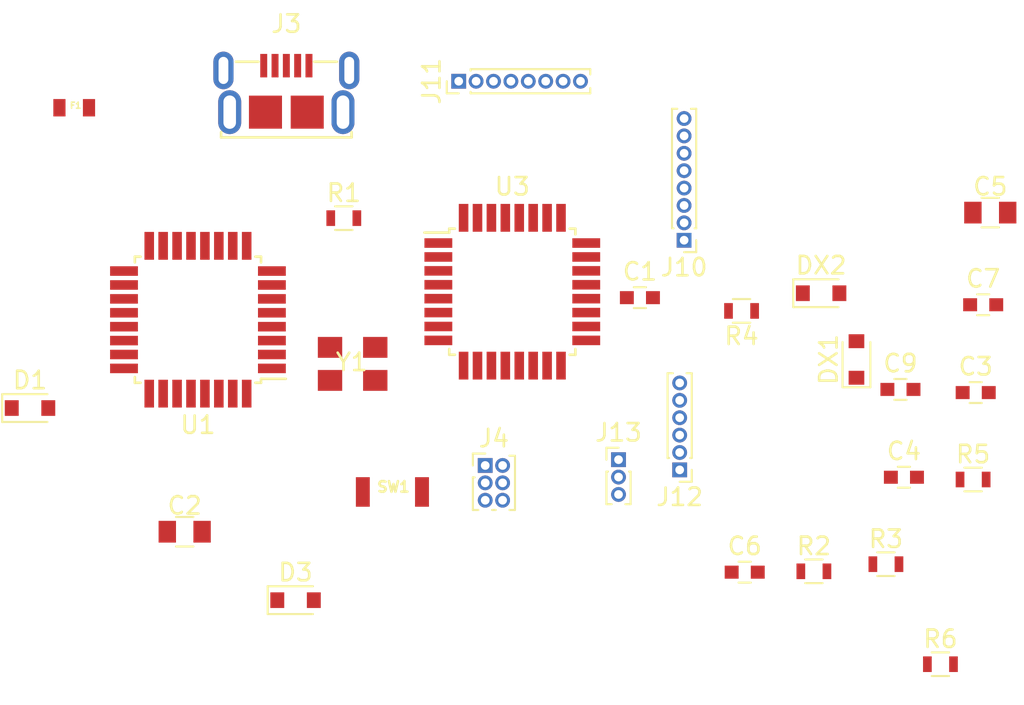
<source format=kicad_pcb>
(kicad_pcb (version 4) (host pcbnew 4.0.7)

  (general
    (links 91)
    (no_connects 91)
    (area 0 0 0 0)
    (thickness 1.6)
    (drawings 0)
    (tracks 0)
    (zones 0)
    (modules 29)
    (nets 54)
  )

  (page A4)
  (layers
    (0 F.Cu signal)
    (31 B.Cu signal)
    (32 B.Adhes user)
    (33 F.Adhes user)
    (34 B.Paste user)
    (35 F.Paste user)
    (36 B.SilkS user)
    (37 F.SilkS user)
    (38 B.Mask user)
    (39 F.Mask user)
    (40 Dwgs.User user)
    (41 Cmts.User user)
    (42 Eco1.User user)
    (43 Eco2.User user)
    (44 Edge.Cuts user)
    (45 Margin user)
    (46 B.CrtYd user)
    (47 F.CrtYd user)
    (48 B.Fab user)
    (49 F.Fab user)
  )

  (setup
    (last_trace_width 0.25)
    (trace_clearance 0.2)
    (zone_clearance 0.508)
    (zone_45_only no)
    (trace_min 0.1525)
    (segment_width 0.2)
    (edge_width 0.15)
    (via_size 0.6)
    (via_drill 0.4)
    (via_min_size 0.585)
    (via_min_drill 0.38)
    (uvia_size 0.3)
    (uvia_drill 0.1)
    (uvias_allowed no)
    (uvia_min_size 0.2)
    (uvia_min_drill 0.1)
    (pcb_text_width 0.3)
    (pcb_text_size 1.5 1.5)
    (mod_edge_width 0.15)
    (mod_text_size 1 1)
    (mod_text_width 0.15)
    (pad_size 1.524 1.524)
    (pad_drill 0.762)
    (pad_to_mask_clearance 0.2)
    (aux_axis_origin 0 0)
    (visible_elements FFFFFF7F)
    (pcbplotparams
      (layerselection 0x00030_80000001)
      (usegerberextensions false)
      (excludeedgelayer true)
      (linewidth 0.100000)
      (plotframeref false)
      (viasonmask false)
      (mode 1)
      (useauxorigin false)
      (hpglpennumber 1)
      (hpglpenspeed 20)
      (hpglpendiameter 15)
      (hpglpenoverlay 2)
      (psnegative false)
      (psa4output false)
      (plotreference true)
      (plotvalue true)
      (plotinvisibletext false)
      (padsonsilk false)
      (subtractmaskfromsilk false)
      (outputformat 1)
      (mirror false)
      (drillshape 1)
      (scaleselection 1)
      (outputdirectory ""))
  )

  (net 0 "")
  (net 1 GND)
  (net 2 "Net-(C1-Pad1)")
  (net 3 VUSB)
  (net 4 5V)
  (net 5 RESET)
  (net 6 "Net-(C4-Pad1)")
  (net 7 3V3)
  (net 8 "Net-(D3-Pad2)")
  (net 9 "Net-(DX1-Pad1)")
  (net 10 "Net-(DX2-Pad1)")
  (net 11 "Net-(F1-Pad1)")
  (net 12 "Net-(J3-Pad2)")
  (net 13 "Net-(J3-Pad3)")
  (net 14 "Net-(J3-Pad4)")
  (net 15 D12/MISO)
  (net 16 D13/SCK)
  (net 17 D11/MOSI)
  (net 18 A0)
  (net 19 A1)
  (net 20 A2)
  (net 21 A3)
  (net 22 A4)
  (net 23 A5)
  (net 24 A6)
  (net 25 A7)
  (net 26 D0/RX)
  (net 27 D1/TX)
  (net 28 D2)
  (net 29 D3)
  (net 30 D4)
  (net 31 D5)
  (net 32 D6)
  (net 33 D7)
  (net 34 D8)
  (net 35 D9)
  (net 36 D10)
  (net 37 RX)
  (net 38 TX)
  (net 39 "Net-(R3-Pad2)")
  (net 40 "Net-(R4-Pad2)")
  (net 41 "Net-(U1-Pad3)")
  (net 42 "Net-(U1-Pad6)")
  (net 43 "Net-(U1-Pad8)")
  (net 44 "Net-(U1-Pad9)")
  (net 45 "Net-(U1-Pad10)")
  (net 46 "Net-(U1-Pad11)")
  (net 47 "Net-(U1-Pad12)")
  (net 48 "Net-(U1-Pad13)")
  (net 49 "Net-(U1-Pad14)")
  (net 50 "Net-(U1-Pad19)")
  (net 51 "Net-(U1-Pad24)")
  (net 52 "Net-(U1-Pad27)")
  (net 53 "Net-(U1-Pad28)")

  (net_class Default "This is the default net class."
    (clearance 0.2)
    (trace_width 0.25)
    (via_dia 0.6)
    (via_drill 0.4)
    (uvia_dia 0.3)
    (uvia_drill 0.1)
    (add_net 3V3)
    (add_net 5V)
    (add_net A0)
    (add_net A1)
    (add_net A2)
    (add_net A3)
    (add_net A4)
    (add_net A5)
    (add_net A6)
    (add_net A7)
    (add_net D0/RX)
    (add_net D1/TX)
    (add_net D10)
    (add_net D11/MOSI)
    (add_net D12/MISO)
    (add_net D13/SCK)
    (add_net D2)
    (add_net D3)
    (add_net D4)
    (add_net D5)
    (add_net D6)
    (add_net D7)
    (add_net D8)
    (add_net D9)
    (add_net GND)
    (add_net "Net-(C1-Pad1)")
    (add_net "Net-(C4-Pad1)")
    (add_net "Net-(D3-Pad2)")
    (add_net "Net-(DX1-Pad1)")
    (add_net "Net-(DX2-Pad1)")
    (add_net "Net-(F1-Pad1)")
    (add_net "Net-(J3-Pad2)")
    (add_net "Net-(J3-Pad3)")
    (add_net "Net-(J3-Pad4)")
    (add_net "Net-(R3-Pad2)")
    (add_net "Net-(R4-Pad2)")
    (add_net "Net-(U1-Pad10)")
    (add_net "Net-(U1-Pad11)")
    (add_net "Net-(U1-Pad12)")
    (add_net "Net-(U1-Pad13)")
    (add_net "Net-(U1-Pad14)")
    (add_net "Net-(U1-Pad19)")
    (add_net "Net-(U1-Pad24)")
    (add_net "Net-(U1-Pad27)")
    (add_net "Net-(U1-Pad28)")
    (add_net "Net-(U1-Pad3)")
    (add_net "Net-(U1-Pad6)")
    (add_net "Net-(U1-Pad8)")
    (add_net "Net-(U1-Pad9)")
    (add_net RESET)
    (add_net RX)
    (add_net TX)
    (add_net VUSB)
  )

  (module Capacitors_SMD:C_0603 (layer F.Cu) (tedit 59958EE7) (tstamp 59DF0803)
    (at 172.466 104.902)
    (descr "Capacitor SMD 0603, reflow soldering, AVX (see smccp.pdf)")
    (tags "capacitor 0603")
    (path /59DEDB08)
    (attr smd)
    (fp_text reference C1 (at 0 -1.5) (layer F.SilkS)
      (effects (font (size 1 1) (thickness 0.15)))
    )
    (fp_text value 100nF (at 0 1.5) (layer F.Fab)
      (effects (font (size 1 1) (thickness 0.15)))
    )
    (fp_line (start 1.4 0.65) (end -1.4 0.65) (layer F.CrtYd) (width 0.05))
    (fp_line (start 1.4 0.65) (end 1.4 -0.65) (layer F.CrtYd) (width 0.05))
    (fp_line (start -1.4 -0.65) (end -1.4 0.65) (layer F.CrtYd) (width 0.05))
    (fp_line (start -1.4 -0.65) (end 1.4 -0.65) (layer F.CrtYd) (width 0.05))
    (fp_line (start 0.35 0.6) (end -0.35 0.6) (layer F.SilkS) (width 0.12))
    (fp_line (start -0.35 -0.6) (end 0.35 -0.6) (layer F.SilkS) (width 0.12))
    (fp_line (start -0.8 -0.4) (end 0.8 -0.4) (layer F.Fab) (width 0.1))
    (fp_line (start 0.8 -0.4) (end 0.8 0.4) (layer F.Fab) (width 0.1))
    (fp_line (start 0.8 0.4) (end -0.8 0.4) (layer F.Fab) (width 0.1))
    (fp_line (start -0.8 0.4) (end -0.8 -0.4) (layer F.Fab) (width 0.1))
    (fp_text user %R (at 0 0) (layer F.Fab)
      (effects (font (size 0.3 0.3) (thickness 0.075)))
    )
    (pad 2 smd rect (at 0.75 0) (size 0.8 0.75) (layers F.Cu F.Paste F.Mask)
      (net 1 GND))
    (pad 1 smd rect (at -0.75 0) (size 0.8 0.75) (layers F.Cu F.Paste F.Mask)
      (net 2 "Net-(C1-Pad1)"))
    (model Capacitors_SMD.3dshapes/C_0603.wrl
      (at (xyz 0 0 0))
      (scale (xyz 1 1 1))
      (rotate (xyz 0 0 0))
    )
  )

  (module Capacitors_SMD:C_0805 (layer F.Cu) (tedit 58AA8463) (tstamp 59DF0809)
    (at 146.304 118.364)
    (descr "Capacitor SMD 0805, reflow soldering, AVX (see smccp.pdf)")
    (tags "capacitor 0805")
    (path /59E134E7)
    (attr smd)
    (fp_text reference C2 (at 0 -1.5) (layer F.SilkS)
      (effects (font (size 1 1) (thickness 0.15)))
    )
    (fp_text value 10uF (at 0 1.75) (layer F.Fab)
      (effects (font (size 1 1) (thickness 0.15)))
    )
    (fp_text user %R (at 0 -1.5) (layer F.Fab)
      (effects (font (size 1 1) (thickness 0.15)))
    )
    (fp_line (start -1 0.62) (end -1 -0.62) (layer F.Fab) (width 0.1))
    (fp_line (start 1 0.62) (end -1 0.62) (layer F.Fab) (width 0.1))
    (fp_line (start 1 -0.62) (end 1 0.62) (layer F.Fab) (width 0.1))
    (fp_line (start -1 -0.62) (end 1 -0.62) (layer F.Fab) (width 0.1))
    (fp_line (start 0.5 -0.85) (end -0.5 -0.85) (layer F.SilkS) (width 0.12))
    (fp_line (start -0.5 0.85) (end 0.5 0.85) (layer F.SilkS) (width 0.12))
    (fp_line (start -1.75 -0.88) (end 1.75 -0.88) (layer F.CrtYd) (width 0.05))
    (fp_line (start -1.75 -0.88) (end -1.75 0.87) (layer F.CrtYd) (width 0.05))
    (fp_line (start 1.75 0.87) (end 1.75 -0.88) (layer F.CrtYd) (width 0.05))
    (fp_line (start 1.75 0.87) (end -1.75 0.87) (layer F.CrtYd) (width 0.05))
    (pad 1 smd rect (at -1 0) (size 1 1.25) (layers F.Cu F.Paste F.Mask)
      (net 3 VUSB))
    (pad 2 smd rect (at 1 0) (size 1 1.25) (layers F.Cu F.Paste F.Mask)
      (net 1 GND))
    (model Capacitors_SMD.3dshapes/C_0805.wrl
      (at (xyz 0 0 0))
      (scale (xyz 1 1 1))
      (rotate (xyz 0 0 0))
    )
  )

  (module Capacitors_SMD:C_0603 (layer F.Cu) (tedit 59958EE7) (tstamp 59DF080F)
    (at 191.765001 110.361)
    (descr "Capacitor SMD 0603, reflow soldering, AVX (see smccp.pdf)")
    (tags "capacitor 0603")
    (path /59DEDECE)
    (attr smd)
    (fp_text reference C3 (at 0 -1.5) (layer F.SilkS)
      (effects (font (size 1 1) (thickness 0.15)))
    )
    (fp_text value 1uF (at 0 1.5) (layer F.Fab)
      (effects (font (size 1 1) (thickness 0.15)))
    )
    (fp_line (start 1.4 0.65) (end -1.4 0.65) (layer F.CrtYd) (width 0.05))
    (fp_line (start 1.4 0.65) (end 1.4 -0.65) (layer F.CrtYd) (width 0.05))
    (fp_line (start -1.4 -0.65) (end -1.4 0.65) (layer F.CrtYd) (width 0.05))
    (fp_line (start -1.4 -0.65) (end 1.4 -0.65) (layer F.CrtYd) (width 0.05))
    (fp_line (start 0.35 0.6) (end -0.35 0.6) (layer F.SilkS) (width 0.12))
    (fp_line (start -0.35 -0.6) (end 0.35 -0.6) (layer F.SilkS) (width 0.12))
    (fp_line (start -0.8 -0.4) (end 0.8 -0.4) (layer F.Fab) (width 0.1))
    (fp_line (start 0.8 -0.4) (end 0.8 0.4) (layer F.Fab) (width 0.1))
    (fp_line (start 0.8 0.4) (end -0.8 0.4) (layer F.Fab) (width 0.1))
    (fp_line (start -0.8 0.4) (end -0.8 -0.4) (layer F.Fab) (width 0.1))
    (fp_text user %R (at 0 0) (layer F.Fab)
      (effects (font (size 0.3 0.3) (thickness 0.075)))
    )
    (pad 2 smd rect (at 0.75 0) (size 0.8 0.75) (layers F.Cu F.Paste F.Mask)
      (net 1 GND))
    (pad 1 smd rect (at -0.75 0) (size 0.8 0.75) (layers F.Cu F.Paste F.Mask)
      (net 4 5V))
    (model Capacitors_SMD.3dshapes/C_0603.wrl
      (at (xyz 0 0 0))
      (scale (xyz 1 1 1))
      (rotate (xyz 0 0 0))
    )
  )

  (module Capacitors_SMD:C_0603 (layer F.Cu) (tedit 59958EE7) (tstamp 59DF0815)
    (at 187.639524 115.231)
    (descr "Capacitor SMD 0603, reflow soldering, AVX (see smccp.pdf)")
    (tags "capacitor 0603")
    (path /59DF0716)
    (attr smd)
    (fp_text reference C4 (at 0 -1.5) (layer F.SilkS)
      (effects (font (size 1 1) (thickness 0.15)))
    )
    (fp_text value 100nF (at 0 1.5) (layer F.Fab)
      (effects (font (size 1 1) (thickness 0.15)))
    )
    (fp_line (start 1.4 0.65) (end -1.4 0.65) (layer F.CrtYd) (width 0.05))
    (fp_line (start 1.4 0.65) (end 1.4 -0.65) (layer F.CrtYd) (width 0.05))
    (fp_line (start -1.4 -0.65) (end -1.4 0.65) (layer F.CrtYd) (width 0.05))
    (fp_line (start -1.4 -0.65) (end 1.4 -0.65) (layer F.CrtYd) (width 0.05))
    (fp_line (start 0.35 0.6) (end -0.35 0.6) (layer F.SilkS) (width 0.12))
    (fp_line (start -0.35 -0.6) (end 0.35 -0.6) (layer F.SilkS) (width 0.12))
    (fp_line (start -0.8 -0.4) (end 0.8 -0.4) (layer F.Fab) (width 0.1))
    (fp_line (start 0.8 -0.4) (end 0.8 0.4) (layer F.Fab) (width 0.1))
    (fp_line (start 0.8 0.4) (end -0.8 0.4) (layer F.Fab) (width 0.1))
    (fp_line (start -0.8 0.4) (end -0.8 -0.4) (layer F.Fab) (width 0.1))
    (fp_text user %R (at 0 0) (layer F.Fab)
      (effects (font (size 0.3 0.3) (thickness 0.075)))
    )
    (pad 2 smd rect (at 0.75 0) (size 0.8 0.75) (layers F.Cu F.Paste F.Mask)
      (net 5 RESET))
    (pad 1 smd rect (at -0.75 0) (size 0.8 0.75) (layers F.Cu F.Paste F.Mask)
      (net 6 "Net-(C4-Pad1)"))
    (model Capacitors_SMD.3dshapes/C_0603.wrl
      (at (xyz 0 0 0))
      (scale (xyz 1 1 1))
      (rotate (xyz 0 0 0))
    )
  )

  (module Capacitors_SMD:C_0805 (layer F.Cu) (tedit 58AA8463) (tstamp 59DF081B)
    (at 192.603333 100.011)
    (descr "Capacitor SMD 0805, reflow soldering, AVX (see smccp.pdf)")
    (tags "capacitor 0805")
    (path /59E133F2)
    (attr smd)
    (fp_text reference C5 (at 0 -1.5) (layer F.SilkS)
      (effects (font (size 1 1) (thickness 0.15)))
    )
    (fp_text value 10uF (at 0 1.75) (layer F.Fab)
      (effects (font (size 1 1) (thickness 0.15)))
    )
    (fp_text user %R (at 0 -1.5) (layer F.Fab)
      (effects (font (size 1 1) (thickness 0.15)))
    )
    (fp_line (start -1 0.62) (end -1 -0.62) (layer F.Fab) (width 0.1))
    (fp_line (start 1 0.62) (end -1 0.62) (layer F.Fab) (width 0.1))
    (fp_line (start 1 -0.62) (end 1 0.62) (layer F.Fab) (width 0.1))
    (fp_line (start -1 -0.62) (end 1 -0.62) (layer F.Fab) (width 0.1))
    (fp_line (start 0.5 -0.85) (end -0.5 -0.85) (layer F.SilkS) (width 0.12))
    (fp_line (start -0.5 0.85) (end 0.5 0.85) (layer F.SilkS) (width 0.12))
    (fp_line (start -1.75 -0.88) (end 1.75 -0.88) (layer F.CrtYd) (width 0.05))
    (fp_line (start -1.75 -0.88) (end -1.75 0.87) (layer F.CrtYd) (width 0.05))
    (fp_line (start 1.75 0.87) (end 1.75 -0.88) (layer F.CrtYd) (width 0.05))
    (fp_line (start 1.75 0.87) (end -1.75 0.87) (layer F.CrtYd) (width 0.05))
    (pad 1 smd rect (at -1 0) (size 1 1.25) (layers F.Cu F.Paste F.Mask)
      (net 4 5V))
    (pad 2 smd rect (at 1 0) (size 1 1.25) (layers F.Cu F.Paste F.Mask)
      (net 1 GND))
    (model Capacitors_SMD.3dshapes/C_0805.wrl
      (at (xyz 0 0 0))
      (scale (xyz 1 1 1))
      (rotate (xyz 0 0 0))
    )
  )

  (module Capacitors_SMD:C_0603 (layer F.Cu) (tedit 59958EE7) (tstamp 59DF0821)
    (at 178.489524 120.691)
    (descr "Capacitor SMD 0603, reflow soldering, AVX (see smccp.pdf)")
    (tags "capacitor 0603")
    (path /59DF2FE1)
    (attr smd)
    (fp_text reference C6 (at 0 -1.5) (layer F.SilkS)
      (effects (font (size 1 1) (thickness 0.15)))
    )
    (fp_text value 100nF (at 0 1.5) (layer F.Fab)
      (effects (font (size 1 1) (thickness 0.15)))
    )
    (fp_line (start 1.4 0.65) (end -1.4 0.65) (layer F.CrtYd) (width 0.05))
    (fp_line (start 1.4 0.65) (end 1.4 -0.65) (layer F.CrtYd) (width 0.05))
    (fp_line (start -1.4 -0.65) (end -1.4 0.65) (layer F.CrtYd) (width 0.05))
    (fp_line (start -1.4 -0.65) (end 1.4 -0.65) (layer F.CrtYd) (width 0.05))
    (fp_line (start 0.35 0.6) (end -0.35 0.6) (layer F.SilkS) (width 0.12))
    (fp_line (start -0.35 -0.6) (end 0.35 -0.6) (layer F.SilkS) (width 0.12))
    (fp_line (start -0.8 -0.4) (end 0.8 -0.4) (layer F.Fab) (width 0.1))
    (fp_line (start 0.8 -0.4) (end 0.8 0.4) (layer F.Fab) (width 0.1))
    (fp_line (start 0.8 0.4) (end -0.8 0.4) (layer F.Fab) (width 0.1))
    (fp_line (start -0.8 0.4) (end -0.8 -0.4) (layer F.Fab) (width 0.1))
    (fp_text user %R (at 0 0) (layer F.Fab)
      (effects (font (size 0.3 0.3) (thickness 0.075)))
    )
    (pad 2 smd rect (at 0.75 0) (size 0.8 0.75) (layers F.Cu F.Paste F.Mask)
      (net 1 GND))
    (pad 1 smd rect (at -0.75 0) (size 0.8 0.75) (layers F.Cu F.Paste F.Mask)
      (net 7 3V3))
    (model Capacitors_SMD.3dshapes/C_0603.wrl
      (at (xyz 0 0 0))
      (scale (xyz 1 1 1))
      (rotate (xyz 0 0 0))
    )
  )

  (module Capacitors_SMD:C_0603 (layer F.Cu) (tedit 59958EE7) (tstamp 59DF0827)
    (at 192.195001 105.311)
    (descr "Capacitor SMD 0603, reflow soldering, AVX (see smccp.pdf)")
    (tags "capacitor 0603")
    (path /59DEDF3C)
    (attr smd)
    (fp_text reference C7 (at 0 -1.5) (layer F.SilkS)
      (effects (font (size 1 1) (thickness 0.15)))
    )
    (fp_text value 1uF (at 0 1.5) (layer F.Fab)
      (effects (font (size 1 1) (thickness 0.15)))
    )
    (fp_line (start 1.4 0.65) (end -1.4 0.65) (layer F.CrtYd) (width 0.05))
    (fp_line (start 1.4 0.65) (end 1.4 -0.65) (layer F.CrtYd) (width 0.05))
    (fp_line (start -1.4 -0.65) (end -1.4 0.65) (layer F.CrtYd) (width 0.05))
    (fp_line (start -1.4 -0.65) (end 1.4 -0.65) (layer F.CrtYd) (width 0.05))
    (fp_line (start 0.35 0.6) (end -0.35 0.6) (layer F.SilkS) (width 0.12))
    (fp_line (start -0.35 -0.6) (end 0.35 -0.6) (layer F.SilkS) (width 0.12))
    (fp_line (start -0.8 -0.4) (end 0.8 -0.4) (layer F.Fab) (width 0.1))
    (fp_line (start 0.8 -0.4) (end 0.8 0.4) (layer F.Fab) (width 0.1))
    (fp_line (start 0.8 0.4) (end -0.8 0.4) (layer F.Fab) (width 0.1))
    (fp_line (start -0.8 0.4) (end -0.8 -0.4) (layer F.Fab) (width 0.1))
    (fp_text user %R (at 0 0) (layer F.Fab)
      (effects (font (size 0.3 0.3) (thickness 0.075)))
    )
    (pad 2 smd rect (at 0.75 0) (size 0.8 0.75) (layers F.Cu F.Paste F.Mask)
      (net 1 GND))
    (pad 1 smd rect (at -0.75 0) (size 0.8 0.75) (layers F.Cu F.Paste F.Mask)
      (net 4 5V))
    (model Capacitors_SMD.3dshapes/C_0603.wrl
      (at (xyz 0 0 0))
      (scale (xyz 1 1 1))
      (rotate (xyz 0 0 0))
    )
  )

  (module Capacitors_SMD:C_0603 (layer F.Cu) (tedit 59958EE7) (tstamp 59DF082D)
    (at 187.439524 110.181)
    (descr "Capacitor SMD 0603, reflow soldering, AVX (see smccp.pdf)")
    (tags "capacitor 0603")
    (path /59E0196C)
    (attr smd)
    (fp_text reference C9 (at 0 -1.5) (layer F.SilkS)
      (effects (font (size 1 1) (thickness 0.15)))
    )
    (fp_text value 100nF (at 0 1.5) (layer F.Fab)
      (effects (font (size 1 1) (thickness 0.15)))
    )
    (fp_line (start 1.4 0.65) (end -1.4 0.65) (layer F.CrtYd) (width 0.05))
    (fp_line (start 1.4 0.65) (end 1.4 -0.65) (layer F.CrtYd) (width 0.05))
    (fp_line (start -1.4 -0.65) (end -1.4 0.65) (layer F.CrtYd) (width 0.05))
    (fp_line (start -1.4 -0.65) (end 1.4 -0.65) (layer F.CrtYd) (width 0.05))
    (fp_line (start 0.35 0.6) (end -0.35 0.6) (layer F.SilkS) (width 0.12))
    (fp_line (start -0.35 -0.6) (end 0.35 -0.6) (layer F.SilkS) (width 0.12))
    (fp_line (start -0.8 -0.4) (end 0.8 -0.4) (layer F.Fab) (width 0.1))
    (fp_line (start 0.8 -0.4) (end 0.8 0.4) (layer F.Fab) (width 0.1))
    (fp_line (start 0.8 0.4) (end -0.8 0.4) (layer F.Fab) (width 0.1))
    (fp_line (start -0.8 0.4) (end -0.8 -0.4) (layer F.Fab) (width 0.1))
    (fp_text user %R (at 0 0) (layer F.Fab)
      (effects (font (size 0.3 0.3) (thickness 0.075)))
    )
    (pad 2 smd rect (at 0.75 0) (size 0.8 0.75) (layers F.Cu F.Paste F.Mask)
      (net 1 GND))
    (pad 1 smd rect (at -0.75 0) (size 0.8 0.75) (layers F.Cu F.Paste F.Mask)
      (net 3 VUSB))
    (model Capacitors_SMD.3dshapes/C_0603.wrl
      (at (xyz 0 0 0))
      (scale (xyz 1 1 1))
      (rotate (xyz 0 0 0))
    )
  )

  (module Diodes_SMD:D_0805 (layer F.Cu) (tedit 590CE9A4) (tstamp 59DF0833)
    (at 137.414 111.252)
    (descr "Diode SMD in 0805 package http://datasheets.avx.com/schottky.pdf")
    (tags "smd diode")
    (path /59DF02F1)
    (attr smd)
    (fp_text reference D1 (at 0 -1.6) (layer F.SilkS)
      (effects (font (size 1 1) (thickness 0.15)))
    )
    (fp_text value D (at 0 1.7) (layer F.Fab)
      (effects (font (size 1 1) (thickness 0.15)))
    )
    (fp_text user %R (at 0 -1.6) (layer F.Fab)
      (effects (font (size 1 1) (thickness 0.15)))
    )
    (fp_line (start -1.6 -0.8) (end -1.6 0.8) (layer F.SilkS) (width 0.12))
    (fp_line (start -1.7 0.88) (end -1.7 -0.88) (layer F.CrtYd) (width 0.05))
    (fp_line (start 1.7 0.88) (end -1.7 0.88) (layer F.CrtYd) (width 0.05))
    (fp_line (start 1.7 -0.88) (end 1.7 0.88) (layer F.CrtYd) (width 0.05))
    (fp_line (start -1.7 -0.88) (end 1.7 -0.88) (layer F.CrtYd) (width 0.05))
    (fp_line (start 0.2 0) (end 0.4 0) (layer F.Fab) (width 0.1))
    (fp_line (start -0.1 0) (end -0.3 0) (layer F.Fab) (width 0.1))
    (fp_line (start -0.1 -0.2) (end -0.1 0.2) (layer F.Fab) (width 0.1))
    (fp_line (start 0.2 0.2) (end 0.2 -0.2) (layer F.Fab) (width 0.1))
    (fp_line (start -0.1 0) (end 0.2 0.2) (layer F.Fab) (width 0.1))
    (fp_line (start 0.2 -0.2) (end -0.1 0) (layer F.Fab) (width 0.1))
    (fp_line (start -1 0.65) (end -1 -0.65) (layer F.Fab) (width 0.1))
    (fp_line (start 1 0.65) (end -1 0.65) (layer F.Fab) (width 0.1))
    (fp_line (start 1 -0.65) (end 1 0.65) (layer F.Fab) (width 0.1))
    (fp_line (start -1 -0.65) (end 1 -0.65) (layer F.Fab) (width 0.1))
    (fp_line (start -1.6 0.8) (end 1 0.8) (layer F.SilkS) (width 0.12))
    (fp_line (start -1.6 -0.8) (end 1 -0.8) (layer F.SilkS) (width 0.12))
    (pad 1 smd rect (at -1.05 0) (size 0.8 0.9) (layers F.Cu F.Paste F.Mask)
      (net 4 5V))
    (pad 2 smd rect (at 1.05 0) (size 0.8 0.9) (layers F.Cu F.Paste F.Mask)
      (net 3 VUSB))
    (model ${KISYS3DMOD}/Diodes_SMD.3dshapes/D_0805.wrl
      (at (xyz 0 0 0))
      (scale (xyz 1 1 1))
      (rotate (xyz 0 0 0))
    )
  )

  (module Diodes_SMD:D_0805 (layer F.Cu) (tedit 590CE9A4) (tstamp 59DF0839)
    (at 152.675001 122.301)
    (descr "Diode SMD in 0805 package http://datasheets.avx.com/schottky.pdf")
    (tags "smd diode")
    (path /59E06E10)
    (attr smd)
    (fp_text reference D3 (at 0 -1.6) (layer F.SilkS)
      (effects (font (size 1 1) (thickness 0.15)))
    )
    (fp_text value D (at 0 1.7) (layer F.Fab)
      (effects (font (size 1 1) (thickness 0.15)))
    )
    (fp_text user %R (at 0 -1.6) (layer F.Fab)
      (effects (font (size 1 1) (thickness 0.15)))
    )
    (fp_line (start -1.6 -0.8) (end -1.6 0.8) (layer F.SilkS) (width 0.12))
    (fp_line (start -1.7 0.88) (end -1.7 -0.88) (layer F.CrtYd) (width 0.05))
    (fp_line (start 1.7 0.88) (end -1.7 0.88) (layer F.CrtYd) (width 0.05))
    (fp_line (start 1.7 -0.88) (end 1.7 0.88) (layer F.CrtYd) (width 0.05))
    (fp_line (start -1.7 -0.88) (end 1.7 -0.88) (layer F.CrtYd) (width 0.05))
    (fp_line (start 0.2 0) (end 0.4 0) (layer F.Fab) (width 0.1))
    (fp_line (start -0.1 0) (end -0.3 0) (layer F.Fab) (width 0.1))
    (fp_line (start -0.1 -0.2) (end -0.1 0.2) (layer F.Fab) (width 0.1))
    (fp_line (start 0.2 0.2) (end 0.2 -0.2) (layer F.Fab) (width 0.1))
    (fp_line (start -0.1 0) (end 0.2 0.2) (layer F.Fab) (width 0.1))
    (fp_line (start 0.2 -0.2) (end -0.1 0) (layer F.Fab) (width 0.1))
    (fp_line (start -1 0.65) (end -1 -0.65) (layer F.Fab) (width 0.1))
    (fp_line (start 1 0.65) (end -1 0.65) (layer F.Fab) (width 0.1))
    (fp_line (start 1 -0.65) (end 1 0.65) (layer F.Fab) (width 0.1))
    (fp_line (start -1 -0.65) (end 1 -0.65) (layer F.Fab) (width 0.1))
    (fp_line (start -1.6 0.8) (end 1 0.8) (layer F.SilkS) (width 0.12))
    (fp_line (start -1.6 -0.8) (end 1 -0.8) (layer F.SilkS) (width 0.12))
    (pad 1 smd rect (at -1.05 0) (size 0.8 0.9) (layers F.Cu F.Paste F.Mask)
      (net 1 GND))
    (pad 2 smd rect (at 1.05 0) (size 0.8 0.9) (layers F.Cu F.Paste F.Mask)
      (net 8 "Net-(D3-Pad2)"))
    (model ${KISYS3DMOD}/Diodes_SMD.3dshapes/D_0805.wrl
      (at (xyz 0 0 0))
      (scale (xyz 1 1 1))
      (rotate (xyz 0 0 0))
    )
  )

  (module Diodes_SMD:D_0805 (layer F.Cu) (tedit 590CE9A4) (tstamp 59DF083F)
    (at 184.912 108.458 90)
    (descr "Diode SMD in 0805 package http://datasheets.avx.com/schottky.pdf")
    (tags "smd diode")
    (path /59DF2486)
    (attr smd)
    (fp_text reference DX1 (at 0 -1.6 90) (layer F.SilkS)
      (effects (font (size 1 1) (thickness 0.15)))
    )
    (fp_text value D (at 0 1.7 90) (layer F.Fab)
      (effects (font (size 1 1) (thickness 0.15)))
    )
    (fp_text user %R (at 0 -1.6 90) (layer F.Fab)
      (effects (font (size 1 1) (thickness 0.15)))
    )
    (fp_line (start -1.6 -0.8) (end -1.6 0.8) (layer F.SilkS) (width 0.12))
    (fp_line (start -1.7 0.88) (end -1.7 -0.88) (layer F.CrtYd) (width 0.05))
    (fp_line (start 1.7 0.88) (end -1.7 0.88) (layer F.CrtYd) (width 0.05))
    (fp_line (start 1.7 -0.88) (end 1.7 0.88) (layer F.CrtYd) (width 0.05))
    (fp_line (start -1.7 -0.88) (end 1.7 -0.88) (layer F.CrtYd) (width 0.05))
    (fp_line (start 0.2 0) (end 0.4 0) (layer F.Fab) (width 0.1))
    (fp_line (start -0.1 0) (end -0.3 0) (layer F.Fab) (width 0.1))
    (fp_line (start -0.1 -0.2) (end -0.1 0.2) (layer F.Fab) (width 0.1))
    (fp_line (start 0.2 0.2) (end 0.2 -0.2) (layer F.Fab) (width 0.1))
    (fp_line (start -0.1 0) (end 0.2 0.2) (layer F.Fab) (width 0.1))
    (fp_line (start 0.2 -0.2) (end -0.1 0) (layer F.Fab) (width 0.1))
    (fp_line (start -1 0.65) (end -1 -0.65) (layer F.Fab) (width 0.1))
    (fp_line (start 1 0.65) (end -1 0.65) (layer F.Fab) (width 0.1))
    (fp_line (start 1 -0.65) (end 1 0.65) (layer F.Fab) (width 0.1))
    (fp_line (start -1 -0.65) (end 1 -0.65) (layer F.Fab) (width 0.1))
    (fp_line (start -1.6 0.8) (end 1 0.8) (layer F.SilkS) (width 0.12))
    (fp_line (start -1.6 -0.8) (end 1 -0.8) (layer F.SilkS) (width 0.12))
    (pad 1 smd rect (at -1.05 0 90) (size 0.8 0.9) (layers F.Cu F.Paste F.Mask)
      (net 9 "Net-(DX1-Pad1)"))
    (pad 2 smd rect (at 1.05 0 90) (size 0.8 0.9) (layers F.Cu F.Paste F.Mask)
      (net 4 5V))
    (model ${KISYS3DMOD}/Diodes_SMD.3dshapes/D_0805.wrl
      (at (xyz 0 0 0))
      (scale (xyz 1 1 1))
      (rotate (xyz 0 0 0))
    )
  )

  (module Diodes_SMD:D_0805 (layer F.Cu) (tedit 590CE9A4) (tstamp 59DF0845)
    (at 182.88 104.648)
    (descr "Diode SMD in 0805 package http://datasheets.avx.com/schottky.pdf")
    (tags "smd diode")
    (path /59DF253A)
    (attr smd)
    (fp_text reference DX2 (at 0 -1.6) (layer F.SilkS)
      (effects (font (size 1 1) (thickness 0.15)))
    )
    (fp_text value D (at 0 1.7) (layer F.Fab)
      (effects (font (size 1 1) (thickness 0.15)))
    )
    (fp_text user %R (at 0 -1.6) (layer F.Fab)
      (effects (font (size 1 1) (thickness 0.15)))
    )
    (fp_line (start -1.6 -0.8) (end -1.6 0.8) (layer F.SilkS) (width 0.12))
    (fp_line (start -1.7 0.88) (end -1.7 -0.88) (layer F.CrtYd) (width 0.05))
    (fp_line (start 1.7 0.88) (end -1.7 0.88) (layer F.CrtYd) (width 0.05))
    (fp_line (start 1.7 -0.88) (end 1.7 0.88) (layer F.CrtYd) (width 0.05))
    (fp_line (start -1.7 -0.88) (end 1.7 -0.88) (layer F.CrtYd) (width 0.05))
    (fp_line (start 0.2 0) (end 0.4 0) (layer F.Fab) (width 0.1))
    (fp_line (start -0.1 0) (end -0.3 0) (layer F.Fab) (width 0.1))
    (fp_line (start -0.1 -0.2) (end -0.1 0.2) (layer F.Fab) (width 0.1))
    (fp_line (start 0.2 0.2) (end 0.2 -0.2) (layer F.Fab) (width 0.1))
    (fp_line (start -0.1 0) (end 0.2 0.2) (layer F.Fab) (width 0.1))
    (fp_line (start 0.2 -0.2) (end -0.1 0) (layer F.Fab) (width 0.1))
    (fp_line (start -1 0.65) (end -1 -0.65) (layer F.Fab) (width 0.1))
    (fp_line (start 1 0.65) (end -1 0.65) (layer F.Fab) (width 0.1))
    (fp_line (start 1 -0.65) (end 1 0.65) (layer F.Fab) (width 0.1))
    (fp_line (start -1 -0.65) (end 1 -0.65) (layer F.Fab) (width 0.1))
    (fp_line (start -1.6 0.8) (end 1 0.8) (layer F.SilkS) (width 0.12))
    (fp_line (start -1.6 -0.8) (end 1 -0.8) (layer F.SilkS) (width 0.12))
    (pad 1 smd rect (at -1.05 0) (size 0.8 0.9) (layers F.Cu F.Paste F.Mask)
      (net 10 "Net-(DX2-Pad1)"))
    (pad 2 smd rect (at 1.05 0) (size 0.8 0.9) (layers F.Cu F.Paste F.Mask)
      (net 4 5V))
    (model ${KISYS3DMOD}/Diodes_SMD.3dshapes/D_0805.wrl
      (at (xyz 0 0 0))
      (scale (xyz 1 1 1))
      (rotate (xyz 0 0 0))
    )
  )

  (module p2arduino:FuseSMD0603 (layer F.Cu) (tedit 59DEF2E3) (tstamp 59DF084B)
    (at 139.954 93.98)
    (path /59DF5DB2)
    (fp_text reference F1 (at 0.08 -0.13) (layer F.SilkS)
      (effects (font (size 0.35 0.35) (thickness 0.0875)))
    )
    (fp_text value Fuse (at 0.12 0.78) (layer F.Fab)
      (effects (font (size 0.35 0.35) (thickness 0.0875)))
    )
    (pad 2 smd rect (at 0.85 0) (size 0.7 1) (layers F.Cu F.Paste F.Mask)
      (net 3 VUSB))
    (pad 1 smd rect (at -0.85 0) (size 0.7 1) (layers F.Cu F.Paste F.Mask)
      (net 11 "Net-(F1-Pad1)"))
  )

  (module "Project 2_Arduino:USB_microB_2040002-1" (layer F.Cu) (tedit 59A061AF) (tstamp 59DF085A)
    (at 152.146 94.234)
    (descr "Micro USB Type B 10103594-0001LF")
    (tags "USB USB_B USB_micro USB_OTG")
    (path /59DF40D3)
    (attr smd)
    (fp_text reference J3 (at 0 -5.08) (layer F.SilkS)
      (effects (font (size 1 1) (thickness 0.15)))
    )
    (fp_text value USB_microB_2040002-1 (at 0 2.54) (layer F.Fab)
      (effects (font (size 1 1) (thickness 0.15)))
    )
    (fp_line (start 1.6 -2.9) (end 2.9 -2.9) (layer F.SilkS) (width 0.15))
    (fp_line (start -2.9 -2.9) (end -1.6 -2.9) (layer F.SilkS) (width 0.15))
    (fp_line (start 3.75 1.45) (end 3.75 1.15) (layer F.SilkS) (width 0.15))
    (fp_line (start 3.75 1.45) (end -3.75 1.45) (layer F.SilkS) (width 0.15))
    (fp_line (start -3.75 1.45) (end -3.75 1.15) (layer F.SilkS) (width 0.15))
    (pad 1 smd rect (at -1.3 -2.675) (size 0.4 1.35) (layers F.Cu F.Paste F.Mask)
      (net 11 "Net-(F1-Pad1)"))
    (pad 2 smd rect (at -0.65 -2.675) (size 0.4 1.35) (layers F.Cu F.Paste F.Mask)
      (net 12 "Net-(J3-Pad2)"))
    (pad 3 smd rect (at 0 -2.675) (size 0.4 1.35) (layers F.Cu F.Paste F.Mask)
      (net 13 "Net-(J3-Pad3)"))
    (pad 4 smd rect (at 0.65 -2.675) (size 0.4 1.35) (layers F.Cu F.Paste F.Mask)
      (net 14 "Net-(J3-Pad4)"))
    (pad 5 smd rect (at 1.3 -2.675) (size 0.4 1.35) (layers F.Cu F.Paste F.Mask)
      (net 1 GND))
    (pad 11 thru_hole oval (at -3.615 -2.4) (size 1.16 2.16) (drill oval 0.56 1.56) (layers *.Cu *.Mask)
      (net 1 GND))
    (pad 6 thru_hole oval (at 3.615 -2.4) (size 1.16 2.16) (drill oval 0.56 1.56) (layers *.Cu *.Mask)
      (net 1 GND))
    (pad 10 thru_hole oval (at -3.255 0) (size 1.32 2.52) (drill oval 0.72 1.92) (layers *.Cu *.Mask)
      (net 1 GND))
    (pad 7 thru_hole oval (at 3.255 0) (size 1.32 2.52) (drill oval 0.72 1.92) (layers *.Cu *.Mask)
      (net 1 GND))
    (pad 9 smd rect (at -1.2 0) (size 1.9 1.9) (layers F.Cu F.Paste F.Mask)
      (net 1 GND))
    (pad 8 smd rect (at 1.2 0) (size 1.9 1.9) (layers F.Cu F.Paste F.Mask)
      (net 1 GND))
    (model /Users/bminch/Documents/KiCad/3dshapes/USB_microB_2040002-1.wrl
      (at (xyz 0 -0.10826771653 0.047244))
      (scale (xyz 0.393701 0.393701 0.393701))
      (rotate (xyz -90 0 0))
    )
  )

  (module Pin_Headers:Pin_Header_Straight_2x03_Pitch1.00mm (layer F.Cu) (tedit 59B55814) (tstamp 59DF0864)
    (at 163.576 114.554)
    (descr "Through hole straight pin header, 2x03, 1.00mm pitch, double rows")
    (tags "Through hole pin header THT 2x03 1.00mm double row")
    (path /59DF70E5)
    (fp_text reference J4 (at 0.5 -1.56) (layer F.SilkS)
      (effects (font (size 1 1) (thickness 0.15)))
    )
    (fp_text value Conn_02x03_Odd_Even (at 0.5 3.56) (layer F.Fab)
      (effects (font (size 1 1) (thickness 0.15)))
    )
    (fp_line (start -0.075 -0.5) (end 1.65 -0.5) (layer F.Fab) (width 0.1))
    (fp_line (start 1.65 -0.5) (end 1.65 2.5) (layer F.Fab) (width 0.1))
    (fp_line (start 1.65 2.5) (end -0.65 2.5) (layer F.Fab) (width 0.1))
    (fp_line (start -0.65 2.5) (end -0.65 0.075) (layer F.Fab) (width 0.1))
    (fp_line (start -0.65 0.075) (end -0.075 -0.5) (layer F.Fab) (width 0.1))
    (fp_line (start -0.71 2.56) (end -0.394493 2.56) (layer F.SilkS) (width 0.12))
    (fp_line (start 1.394493 2.56) (end 1.71 2.56) (layer F.SilkS) (width 0.12))
    (fp_line (start 0.394493 2.56) (end 0.605507 2.56) (layer F.SilkS) (width 0.12))
    (fp_line (start -0.71 0.685) (end -0.71 2.56) (layer F.SilkS) (width 0.12))
    (fp_line (start 1.71 -0.56) (end 1.71 2.56) (layer F.SilkS) (width 0.12))
    (fp_line (start -0.71 0.685) (end -0.608276 0.685) (layer F.SilkS) (width 0.12))
    (fp_line (start 1.394493 -0.56) (end 1.71 -0.56) (layer F.SilkS) (width 0.12))
    (fp_line (start -0.71 0) (end -0.71 -0.685) (layer F.SilkS) (width 0.12))
    (fp_line (start -0.71 -0.685) (end 0 -0.685) (layer F.SilkS) (width 0.12))
    (fp_line (start -1.15 -1) (end -1.15 3) (layer F.CrtYd) (width 0.05))
    (fp_line (start -1.15 3) (end 2.15 3) (layer F.CrtYd) (width 0.05))
    (fp_line (start 2.15 3) (end 2.15 -1) (layer F.CrtYd) (width 0.05))
    (fp_line (start 2.15 -1) (end -1.15 -1) (layer F.CrtYd) (width 0.05))
    (fp_text user %R (at 0.5 1 90) (layer F.Fab)
      (effects (font (size 1 1) (thickness 0.15)))
    )
    (pad 1 thru_hole rect (at 0 0) (size 0.85 0.85) (drill 0.5) (layers *.Cu *.Mask)
      (net 15 D12/MISO))
    (pad 2 thru_hole oval (at 1 0) (size 0.85 0.85) (drill 0.5) (layers *.Cu *.Mask)
      (net 4 5V))
    (pad 3 thru_hole oval (at 0 1) (size 0.85 0.85) (drill 0.5) (layers *.Cu *.Mask)
      (net 16 D13/SCK))
    (pad 4 thru_hole oval (at 1 1) (size 0.85 0.85) (drill 0.5) (layers *.Cu *.Mask)
      (net 17 D11/MOSI))
    (pad 5 thru_hole oval (at 0 2) (size 0.85 0.85) (drill 0.5) (layers *.Cu *.Mask)
      (net 5 RESET))
    (pad 6 thru_hole oval (at 1 2) (size 0.85 0.85) (drill 0.5) (layers *.Cu *.Mask)
      (net 1 GND))
    (model ${KISYS3DMOD}/Pin_Headers.3dshapes/Pin_Header_Straight_2x03_Pitch1.00mm.wrl
      (at (xyz 0 0 0))
      (scale (xyz 1 1 1))
      (rotate (xyz 0 0 0))
    )
  )

  (module Pin_Headers:Pin_Header_Straight_1x08_Pitch1.00mm (layer F.Cu) (tedit 59B55814) (tstamp 59DF0870)
    (at 175.006 101.6 180)
    (descr "Through hole straight pin header, 1x08, 1.00mm pitch, single row")
    (tags "Through hole pin header THT 1x08 1.00mm single row")
    (path /59DF125E)
    (fp_text reference J10 (at 0 -1.56 180) (layer F.SilkS)
      (effects (font (size 1 1) (thickness 0.15)))
    )
    (fp_text value Conn_01x08 (at 0 8.56 180) (layer F.Fab)
      (effects (font (size 1 1) (thickness 0.15)))
    )
    (fp_line (start -0.3175 -0.5) (end 0.635 -0.5) (layer F.Fab) (width 0.1))
    (fp_line (start 0.635 -0.5) (end 0.635 7.5) (layer F.Fab) (width 0.1))
    (fp_line (start 0.635 7.5) (end -0.635 7.5) (layer F.Fab) (width 0.1))
    (fp_line (start -0.635 7.5) (end -0.635 -0.1825) (layer F.Fab) (width 0.1))
    (fp_line (start -0.635 -0.1825) (end -0.3175 -0.5) (layer F.Fab) (width 0.1))
    (fp_line (start -0.695 7.56) (end -0.394493 7.56) (layer F.SilkS) (width 0.12))
    (fp_line (start 0.394493 7.56) (end 0.695 7.56) (layer F.SilkS) (width 0.12))
    (fp_line (start -0.695 0.685) (end -0.695 7.56) (layer F.SilkS) (width 0.12))
    (fp_line (start 0.695 0.685) (end 0.695 7.56) (layer F.SilkS) (width 0.12))
    (fp_line (start -0.695 0.685) (end -0.608276 0.685) (layer F.SilkS) (width 0.12))
    (fp_line (start 0.608276 0.685) (end 0.695 0.685) (layer F.SilkS) (width 0.12))
    (fp_line (start -0.695 0) (end -0.695 -0.685) (layer F.SilkS) (width 0.12))
    (fp_line (start -0.695 -0.685) (end 0 -0.685) (layer F.SilkS) (width 0.12))
    (fp_line (start -1.15 -1) (end -1.15 8) (layer F.CrtYd) (width 0.05))
    (fp_line (start -1.15 8) (end 1.15 8) (layer F.CrtYd) (width 0.05))
    (fp_line (start 1.15 8) (end 1.15 -1) (layer F.CrtYd) (width 0.05))
    (fp_line (start 1.15 -1) (end -1.15 -1) (layer F.CrtYd) (width 0.05))
    (fp_text user %R (at 0 3.5 270) (layer F.Fab)
      (effects (font (size 0.76 0.76) (thickness 0.114)))
    )
    (pad 1 thru_hole rect (at 0 0 180) (size 0.85 0.85) (drill 0.5) (layers *.Cu *.Mask)
      (net 18 A0))
    (pad 2 thru_hole oval (at 0 1 180) (size 0.85 0.85) (drill 0.5) (layers *.Cu *.Mask)
      (net 19 A1))
    (pad 3 thru_hole oval (at 0 2 180) (size 0.85 0.85) (drill 0.5) (layers *.Cu *.Mask)
      (net 20 A2))
    (pad 4 thru_hole oval (at 0 3 180) (size 0.85 0.85) (drill 0.5) (layers *.Cu *.Mask)
      (net 21 A3))
    (pad 5 thru_hole oval (at 0 4 180) (size 0.85 0.85) (drill 0.5) (layers *.Cu *.Mask)
      (net 22 A4))
    (pad 6 thru_hole oval (at 0 5 180) (size 0.85 0.85) (drill 0.5) (layers *.Cu *.Mask)
      (net 23 A5))
    (pad 7 thru_hole oval (at 0 6 180) (size 0.85 0.85) (drill 0.5) (layers *.Cu *.Mask)
      (net 24 A6))
    (pad 8 thru_hole oval (at 0 7 180) (size 0.85 0.85) (drill 0.5) (layers *.Cu *.Mask)
      (net 25 A7))
    (model ${KISYS3DMOD}/Pin_Headers.3dshapes/Pin_Header_Straight_1x08_Pitch1.00mm.wrl
      (at (xyz 0 0 0))
      (scale (xyz 1 1 1))
      (rotate (xyz 0 0 0))
    )
  )

  (module Pin_Headers:Pin_Header_Straight_1x08_Pitch1.00mm (layer F.Cu) (tedit 59B55814) (tstamp 59DF087C)
    (at 162.052 92.456 90)
    (descr "Through hole straight pin header, 1x08, 1.00mm pitch, single row")
    (tags "Through hole pin header THT 1x08 1.00mm single row")
    (path /59DF1339)
    (fp_text reference J11 (at 0 -1.56 90) (layer F.SilkS)
      (effects (font (size 1 1) (thickness 0.15)))
    )
    (fp_text value Conn_01x08 (at 0 8.56 90) (layer F.Fab)
      (effects (font (size 1 1) (thickness 0.15)))
    )
    (fp_line (start -0.3175 -0.5) (end 0.635 -0.5) (layer F.Fab) (width 0.1))
    (fp_line (start 0.635 -0.5) (end 0.635 7.5) (layer F.Fab) (width 0.1))
    (fp_line (start 0.635 7.5) (end -0.635 7.5) (layer F.Fab) (width 0.1))
    (fp_line (start -0.635 7.5) (end -0.635 -0.1825) (layer F.Fab) (width 0.1))
    (fp_line (start -0.635 -0.1825) (end -0.3175 -0.5) (layer F.Fab) (width 0.1))
    (fp_line (start -0.695 7.56) (end -0.394493 7.56) (layer F.SilkS) (width 0.12))
    (fp_line (start 0.394493 7.56) (end 0.695 7.56) (layer F.SilkS) (width 0.12))
    (fp_line (start -0.695 0.685) (end -0.695 7.56) (layer F.SilkS) (width 0.12))
    (fp_line (start 0.695 0.685) (end 0.695 7.56) (layer F.SilkS) (width 0.12))
    (fp_line (start -0.695 0.685) (end -0.608276 0.685) (layer F.SilkS) (width 0.12))
    (fp_line (start 0.608276 0.685) (end 0.695 0.685) (layer F.SilkS) (width 0.12))
    (fp_line (start -0.695 0) (end -0.695 -0.685) (layer F.SilkS) (width 0.12))
    (fp_line (start -0.695 -0.685) (end 0 -0.685) (layer F.SilkS) (width 0.12))
    (fp_line (start -1.15 -1) (end -1.15 8) (layer F.CrtYd) (width 0.05))
    (fp_line (start -1.15 8) (end 1.15 8) (layer F.CrtYd) (width 0.05))
    (fp_line (start 1.15 8) (end 1.15 -1) (layer F.CrtYd) (width 0.05))
    (fp_line (start 1.15 -1) (end -1.15 -1) (layer F.CrtYd) (width 0.05))
    (fp_text user %R (at 0 3.5 180) (layer F.Fab)
      (effects (font (size 0.76 0.76) (thickness 0.114)))
    )
    (pad 1 thru_hole rect (at 0 0 90) (size 0.85 0.85) (drill 0.5) (layers *.Cu *.Mask)
      (net 26 D0/RX))
    (pad 2 thru_hole oval (at 0 1 90) (size 0.85 0.85) (drill 0.5) (layers *.Cu *.Mask)
      (net 27 D1/TX))
    (pad 3 thru_hole oval (at 0 2 90) (size 0.85 0.85) (drill 0.5) (layers *.Cu *.Mask)
      (net 28 D2))
    (pad 4 thru_hole oval (at 0 3 90) (size 0.85 0.85) (drill 0.5) (layers *.Cu *.Mask)
      (net 29 D3))
    (pad 5 thru_hole oval (at 0 4 90) (size 0.85 0.85) (drill 0.5) (layers *.Cu *.Mask)
      (net 30 D4))
    (pad 6 thru_hole oval (at 0 5 90) (size 0.85 0.85) (drill 0.5) (layers *.Cu *.Mask)
      (net 31 D5))
    (pad 7 thru_hole oval (at 0 6 90) (size 0.85 0.85) (drill 0.5) (layers *.Cu *.Mask)
      (net 32 D6))
    (pad 8 thru_hole oval (at 0 7 90) (size 0.85 0.85) (drill 0.5) (layers *.Cu *.Mask)
      (net 33 D7))
    (model ${KISYS3DMOD}/Pin_Headers.3dshapes/Pin_Header_Straight_1x08_Pitch1.00mm.wrl
      (at (xyz 0 0 0))
      (scale (xyz 1 1 1))
      (rotate (xyz 0 0 0))
    )
  )

  (module Pin_Headers:Pin_Header_Straight_1x06_Pitch1.00mm (layer F.Cu) (tedit 59B55814) (tstamp 59DF0886)
    (at 174.752 114.808 180)
    (descr "Through hole straight pin header, 1x06, 1.00mm pitch, single row")
    (tags "Through hole pin header THT 1x06 1.00mm single row")
    (path /59DF138A)
    (fp_text reference J12 (at 0 -1.56 180) (layer F.SilkS)
      (effects (font (size 1 1) (thickness 0.15)))
    )
    (fp_text value Conn_01x06 (at 0 6.56 180) (layer F.Fab)
      (effects (font (size 1 1) (thickness 0.15)))
    )
    (fp_line (start -0.3175 -0.5) (end 0.635 -0.5) (layer F.Fab) (width 0.1))
    (fp_line (start 0.635 -0.5) (end 0.635 5.5) (layer F.Fab) (width 0.1))
    (fp_line (start 0.635 5.5) (end -0.635 5.5) (layer F.Fab) (width 0.1))
    (fp_line (start -0.635 5.5) (end -0.635 -0.1825) (layer F.Fab) (width 0.1))
    (fp_line (start -0.635 -0.1825) (end -0.3175 -0.5) (layer F.Fab) (width 0.1))
    (fp_line (start -0.695 5.56) (end -0.394493 5.56) (layer F.SilkS) (width 0.12))
    (fp_line (start 0.394493 5.56) (end 0.695 5.56) (layer F.SilkS) (width 0.12))
    (fp_line (start -0.695 0.685) (end -0.695 5.56) (layer F.SilkS) (width 0.12))
    (fp_line (start 0.695 0.685) (end 0.695 5.56) (layer F.SilkS) (width 0.12))
    (fp_line (start -0.695 0.685) (end -0.608276 0.685) (layer F.SilkS) (width 0.12))
    (fp_line (start 0.608276 0.685) (end 0.695 0.685) (layer F.SilkS) (width 0.12))
    (fp_line (start -0.695 0) (end -0.695 -0.685) (layer F.SilkS) (width 0.12))
    (fp_line (start -0.695 -0.685) (end 0 -0.685) (layer F.SilkS) (width 0.12))
    (fp_line (start -1.15 -1) (end -1.15 6) (layer F.CrtYd) (width 0.05))
    (fp_line (start -1.15 6) (end 1.15 6) (layer F.CrtYd) (width 0.05))
    (fp_line (start 1.15 6) (end 1.15 -1) (layer F.CrtYd) (width 0.05))
    (fp_line (start 1.15 -1) (end -1.15 -1) (layer F.CrtYd) (width 0.05))
    (fp_text user %R (at 0 2.5 270) (layer F.Fab)
      (effects (font (size 0.76 0.76) (thickness 0.114)))
    )
    (pad 1 thru_hole rect (at 0 0 180) (size 0.85 0.85) (drill 0.5) (layers *.Cu *.Mask)
      (net 34 D8))
    (pad 2 thru_hole oval (at 0 1 180) (size 0.85 0.85) (drill 0.5) (layers *.Cu *.Mask)
      (net 35 D9))
    (pad 3 thru_hole oval (at 0 2 180) (size 0.85 0.85) (drill 0.5) (layers *.Cu *.Mask)
      (net 36 D10))
    (pad 4 thru_hole oval (at 0 3 180) (size 0.85 0.85) (drill 0.5) (layers *.Cu *.Mask)
      (net 17 D11/MOSI))
    (pad 5 thru_hole oval (at 0 4 180) (size 0.85 0.85) (drill 0.5) (layers *.Cu *.Mask)
      (net 15 D12/MISO))
    (pad 6 thru_hole oval (at 0 5 180) (size 0.85 0.85) (drill 0.5) (layers *.Cu *.Mask)
      (net 16 D13/SCK))
    (model ${KISYS3DMOD}/Pin_Headers.3dshapes/Pin_Header_Straight_1x06_Pitch1.00mm.wrl
      (at (xyz 0 0 0))
      (scale (xyz 1 1 1))
      (rotate (xyz 0 0 0))
    )
  )

  (module Pin_Headers:Pin_Header_Straight_1x03_Pitch1.00mm (layer F.Cu) (tedit 59B55814) (tstamp 59DF088D)
    (at 171.237619 114.221)
    (descr "Through hole straight pin header, 1x03, 1.00mm pitch, single row")
    (tags "Through hole pin header THT 1x03 1.00mm single row")
    (path /59E1247B)
    (fp_text reference J13 (at 0 -1.56) (layer F.SilkS)
      (effects (font (size 1 1) (thickness 0.15)))
    )
    (fp_text value Conn_01x03 (at 0 3.56) (layer F.Fab)
      (effects (font (size 1 1) (thickness 0.15)))
    )
    (fp_line (start -0.3175 -0.5) (end 0.635 -0.5) (layer F.Fab) (width 0.1))
    (fp_line (start 0.635 -0.5) (end 0.635 2.5) (layer F.Fab) (width 0.1))
    (fp_line (start 0.635 2.5) (end -0.635 2.5) (layer F.Fab) (width 0.1))
    (fp_line (start -0.635 2.5) (end -0.635 -0.1825) (layer F.Fab) (width 0.1))
    (fp_line (start -0.635 -0.1825) (end -0.3175 -0.5) (layer F.Fab) (width 0.1))
    (fp_line (start -0.695 2.56) (end -0.394493 2.56) (layer F.SilkS) (width 0.12))
    (fp_line (start 0.394493 2.56) (end 0.695 2.56) (layer F.SilkS) (width 0.12))
    (fp_line (start -0.695 0.685) (end -0.695 2.56) (layer F.SilkS) (width 0.12))
    (fp_line (start 0.695 0.685) (end 0.695 2.56) (layer F.SilkS) (width 0.12))
    (fp_line (start -0.695 0.685) (end -0.608276 0.685) (layer F.SilkS) (width 0.12))
    (fp_line (start 0.608276 0.685) (end 0.695 0.685) (layer F.SilkS) (width 0.12))
    (fp_line (start -0.695 0) (end -0.695 -0.685) (layer F.SilkS) (width 0.12))
    (fp_line (start -0.695 -0.685) (end 0 -0.685) (layer F.SilkS) (width 0.12))
    (fp_line (start -1.15 -1) (end -1.15 3) (layer F.CrtYd) (width 0.05))
    (fp_line (start -1.15 3) (end 1.15 3) (layer F.CrtYd) (width 0.05))
    (fp_line (start 1.15 3) (end 1.15 -1) (layer F.CrtYd) (width 0.05))
    (fp_line (start 1.15 -1) (end -1.15 -1) (layer F.CrtYd) (width 0.05))
    (fp_text user %R (at 0 1 90) (layer F.Fab)
      (effects (font (size 0.76 0.76) (thickness 0.114)))
    )
    (pad 1 thru_hole rect (at 0 0) (size 0.85 0.85) (drill 0.5) (layers *.Cu *.Mask)
      (net 4 5V))
    (pad 2 thru_hole oval (at 0 1) (size 0.85 0.85) (drill 0.5) (layers *.Cu *.Mask)
      (net 7 3V3))
    (pad 3 thru_hole oval (at 0 2) (size 0.85 0.85) (drill 0.5) (layers *.Cu *.Mask)
      (net 1 GND))
    (model ${KISYS3DMOD}/Pin_Headers.3dshapes/Pin_Header_Straight_1x03_Pitch1.00mm.wrl
      (at (xyz 0 0 0))
      (scale (xyz 1 1 1))
      (rotate (xyz 0 0 0))
    )
  )

  (module Resistors_SMD:R_0603 (layer F.Cu) (tedit 58E0A804) (tstamp 59DF0893)
    (at 155.448 100.33)
    (descr "Resistor SMD 0603, reflow soldering, Vishay (see dcrcw.pdf)")
    (tags "resistor 0603")
    (path /59DEEF4E)
    (attr smd)
    (fp_text reference R1 (at 0 -1.45) (layer F.SilkS)
      (effects (font (size 1 1) (thickness 0.15)))
    )
    (fp_text value 1K (at 0 1.5) (layer F.Fab)
      (effects (font (size 1 1) (thickness 0.15)))
    )
    (fp_text user %R (at 0 0) (layer F.Fab)
      (effects (font (size 0.4 0.4) (thickness 0.075)))
    )
    (fp_line (start -0.8 0.4) (end -0.8 -0.4) (layer F.Fab) (width 0.1))
    (fp_line (start 0.8 0.4) (end -0.8 0.4) (layer F.Fab) (width 0.1))
    (fp_line (start 0.8 -0.4) (end 0.8 0.4) (layer F.Fab) (width 0.1))
    (fp_line (start -0.8 -0.4) (end 0.8 -0.4) (layer F.Fab) (width 0.1))
    (fp_line (start 0.5 0.68) (end -0.5 0.68) (layer F.SilkS) (width 0.12))
    (fp_line (start -0.5 -0.68) (end 0.5 -0.68) (layer F.SilkS) (width 0.12))
    (fp_line (start -1.25 -0.7) (end 1.25 -0.7) (layer F.CrtYd) (width 0.05))
    (fp_line (start -1.25 -0.7) (end -1.25 0.7) (layer F.CrtYd) (width 0.05))
    (fp_line (start 1.25 0.7) (end 1.25 -0.7) (layer F.CrtYd) (width 0.05))
    (fp_line (start 1.25 0.7) (end -1.25 0.7) (layer F.CrtYd) (width 0.05))
    (pad 1 smd rect (at -0.75 0) (size 0.5 0.9) (layers F.Cu F.Paste F.Mask)
      (net 37 RX))
    (pad 2 smd rect (at 0.75 0) (size 0.5 0.9) (layers F.Cu F.Paste F.Mask)
      (net 26 D0/RX))
    (model ${KISYS3DMOD}/Resistors_SMD.3dshapes/R_0603.wrl
      (at (xyz 0 0 0))
      (scale (xyz 1 1 1))
      (rotate (xyz 0 0 0))
    )
  )

  (module Resistors_SMD:R_0603 (layer F.Cu) (tedit 58E0A804) (tstamp 59DF0899)
    (at 182.465001 120.641)
    (descr "Resistor SMD 0603, reflow soldering, Vishay (see dcrcw.pdf)")
    (tags "resistor 0603")
    (path /59DEEEEE)
    (attr smd)
    (fp_text reference R2 (at 0 -1.45) (layer F.SilkS)
      (effects (font (size 1 1) (thickness 0.15)))
    )
    (fp_text value 1K (at 0 1.5) (layer F.Fab)
      (effects (font (size 1 1) (thickness 0.15)))
    )
    (fp_text user %R (at 0 0) (layer F.Fab)
      (effects (font (size 0.4 0.4) (thickness 0.075)))
    )
    (fp_line (start -0.8 0.4) (end -0.8 -0.4) (layer F.Fab) (width 0.1))
    (fp_line (start 0.8 0.4) (end -0.8 0.4) (layer F.Fab) (width 0.1))
    (fp_line (start 0.8 -0.4) (end 0.8 0.4) (layer F.Fab) (width 0.1))
    (fp_line (start -0.8 -0.4) (end 0.8 -0.4) (layer F.Fab) (width 0.1))
    (fp_line (start 0.5 0.68) (end -0.5 0.68) (layer F.SilkS) (width 0.12))
    (fp_line (start -0.5 -0.68) (end 0.5 -0.68) (layer F.SilkS) (width 0.12))
    (fp_line (start -1.25 -0.7) (end 1.25 -0.7) (layer F.CrtYd) (width 0.05))
    (fp_line (start -1.25 -0.7) (end -1.25 0.7) (layer F.CrtYd) (width 0.05))
    (fp_line (start 1.25 0.7) (end 1.25 -0.7) (layer F.CrtYd) (width 0.05))
    (fp_line (start 1.25 0.7) (end -1.25 0.7) (layer F.CrtYd) (width 0.05))
    (pad 1 smd rect (at -0.75 0) (size 0.5 0.9) (layers F.Cu F.Paste F.Mask)
      (net 38 TX))
    (pad 2 smd rect (at 0.75 0) (size 0.5 0.9) (layers F.Cu F.Paste F.Mask)
      (net 27 D1/TX))
    (model ${KISYS3DMOD}/Resistors_SMD.3dshapes/R_0603.wrl
      (at (xyz 0 0 0))
      (scale (xyz 1 1 1))
      (rotate (xyz 0 0 0))
    )
  )

  (module Resistors_SMD:R_0603 (layer F.Cu) (tedit 58E0A804) (tstamp 59DF089F)
    (at 186.605001 120.231)
    (descr "Resistor SMD 0603, reflow soldering, Vishay (see dcrcw.pdf)")
    (tags "resistor 0603")
    (path /59DF2040)
    (attr smd)
    (fp_text reference R3 (at 0 -1.45) (layer F.SilkS)
      (effects (font (size 1 1) (thickness 0.15)))
    )
    (fp_text value 1K (at 0 1.5) (layer F.Fab)
      (effects (font (size 1 1) (thickness 0.15)))
    )
    (fp_text user %R (at 0 0) (layer F.Fab)
      (effects (font (size 0.4 0.4) (thickness 0.075)))
    )
    (fp_line (start -0.8 0.4) (end -0.8 -0.4) (layer F.Fab) (width 0.1))
    (fp_line (start 0.8 0.4) (end -0.8 0.4) (layer F.Fab) (width 0.1))
    (fp_line (start 0.8 -0.4) (end 0.8 0.4) (layer F.Fab) (width 0.1))
    (fp_line (start -0.8 -0.4) (end 0.8 -0.4) (layer F.Fab) (width 0.1))
    (fp_line (start 0.5 0.68) (end -0.5 0.68) (layer F.SilkS) (width 0.12))
    (fp_line (start -0.5 -0.68) (end 0.5 -0.68) (layer F.SilkS) (width 0.12))
    (fp_line (start -1.25 -0.7) (end 1.25 -0.7) (layer F.CrtYd) (width 0.05))
    (fp_line (start -1.25 -0.7) (end -1.25 0.7) (layer F.CrtYd) (width 0.05))
    (fp_line (start 1.25 0.7) (end 1.25 -0.7) (layer F.CrtYd) (width 0.05))
    (fp_line (start 1.25 0.7) (end -1.25 0.7) (layer F.CrtYd) (width 0.05))
    (pad 1 smd rect (at -0.75 0) (size 0.5 0.9) (layers F.Cu F.Paste F.Mask)
      (net 9 "Net-(DX1-Pad1)"))
    (pad 2 smd rect (at 0.75 0) (size 0.5 0.9) (layers F.Cu F.Paste F.Mask)
      (net 39 "Net-(R3-Pad2)"))
    (model ${KISYS3DMOD}/Resistors_SMD.3dshapes/R_0603.wrl
      (at (xyz 0 0 0))
      (scale (xyz 1 1 1))
      (rotate (xyz 0 0 0))
    )
  )

  (module Resistors_SMD:R_0603 (layer F.Cu) (tedit 58E0A804) (tstamp 59DF08A5)
    (at 178.308 105.664 180)
    (descr "Resistor SMD 0603, reflow soldering, Vishay (see dcrcw.pdf)")
    (tags "resistor 0603")
    (path /59DF21B6)
    (attr smd)
    (fp_text reference R4 (at 0 -1.45 180) (layer F.SilkS)
      (effects (font (size 1 1) (thickness 0.15)))
    )
    (fp_text value 1K (at 0 1.5 180) (layer F.Fab)
      (effects (font (size 1 1) (thickness 0.15)))
    )
    (fp_text user %R (at 0 0 180) (layer F.Fab)
      (effects (font (size 0.4 0.4) (thickness 0.075)))
    )
    (fp_line (start -0.8 0.4) (end -0.8 -0.4) (layer F.Fab) (width 0.1))
    (fp_line (start 0.8 0.4) (end -0.8 0.4) (layer F.Fab) (width 0.1))
    (fp_line (start 0.8 -0.4) (end 0.8 0.4) (layer F.Fab) (width 0.1))
    (fp_line (start -0.8 -0.4) (end 0.8 -0.4) (layer F.Fab) (width 0.1))
    (fp_line (start 0.5 0.68) (end -0.5 0.68) (layer F.SilkS) (width 0.12))
    (fp_line (start -0.5 -0.68) (end 0.5 -0.68) (layer F.SilkS) (width 0.12))
    (fp_line (start -1.25 -0.7) (end 1.25 -0.7) (layer F.CrtYd) (width 0.05))
    (fp_line (start -1.25 -0.7) (end -1.25 0.7) (layer F.CrtYd) (width 0.05))
    (fp_line (start 1.25 0.7) (end 1.25 -0.7) (layer F.CrtYd) (width 0.05))
    (fp_line (start 1.25 0.7) (end -1.25 0.7) (layer F.CrtYd) (width 0.05))
    (pad 1 smd rect (at -0.75 0 180) (size 0.5 0.9) (layers F.Cu F.Paste F.Mask)
      (net 10 "Net-(DX2-Pad1)"))
    (pad 2 smd rect (at 0.75 0 180) (size 0.5 0.9) (layers F.Cu F.Paste F.Mask)
      (net 40 "Net-(R4-Pad2)"))
    (model ${KISYS3DMOD}/Resistors_SMD.3dshapes/R_0603.wrl
      (at (xyz 0 0 0))
      (scale (xyz 1 1 1))
      (rotate (xyz 0 0 0))
    )
  )

  (module Resistors_SMD:R_0603 (layer F.Cu) (tedit 58E0A804) (tstamp 59DF08AB)
    (at 191.615001 115.361)
    (descr "Resistor SMD 0603, reflow soldering, Vishay (see dcrcw.pdf)")
    (tags "resistor 0603")
    (path /59DEEDB3)
    (attr smd)
    (fp_text reference R5 (at 0 -1.45) (layer F.SilkS)
      (effects (font (size 1 1) (thickness 0.15)))
    )
    (fp_text value 1K (at 0 1.5) (layer F.Fab)
      (effects (font (size 1 1) (thickness 0.15)))
    )
    (fp_text user %R (at 0 0) (layer F.Fab)
      (effects (font (size 0.4 0.4) (thickness 0.075)))
    )
    (fp_line (start -0.8 0.4) (end -0.8 -0.4) (layer F.Fab) (width 0.1))
    (fp_line (start 0.8 0.4) (end -0.8 0.4) (layer F.Fab) (width 0.1))
    (fp_line (start 0.8 -0.4) (end 0.8 0.4) (layer F.Fab) (width 0.1))
    (fp_line (start -0.8 -0.4) (end 0.8 -0.4) (layer F.Fab) (width 0.1))
    (fp_line (start 0.5 0.68) (end -0.5 0.68) (layer F.SilkS) (width 0.12))
    (fp_line (start -0.5 -0.68) (end 0.5 -0.68) (layer F.SilkS) (width 0.12))
    (fp_line (start -1.25 -0.7) (end 1.25 -0.7) (layer F.CrtYd) (width 0.05))
    (fp_line (start -1.25 -0.7) (end -1.25 0.7) (layer F.CrtYd) (width 0.05))
    (fp_line (start 1.25 0.7) (end 1.25 -0.7) (layer F.CrtYd) (width 0.05))
    (fp_line (start 1.25 0.7) (end -1.25 0.7) (layer F.CrtYd) (width 0.05))
    (pad 1 smd rect (at -0.75 0) (size 0.5 0.9) (layers F.Cu F.Paste F.Mask)
      (net 8 "Net-(D3-Pad2)"))
    (pad 2 smd rect (at 0.75 0) (size 0.5 0.9) (layers F.Cu F.Paste F.Mask)
      (net 16 D13/SCK))
    (model ${KISYS3DMOD}/Resistors_SMD.3dshapes/R_0603.wrl
      (at (xyz 0 0 0))
      (scale (xyz 1 1 1))
      (rotate (xyz 0 0 0))
    )
  )

  (module Resistors_SMD:R_0603 (layer F.Cu) (tedit 58E0A804) (tstamp 59DF08B1)
    (at 189.738 125.984)
    (descr "Resistor SMD 0603, reflow soldering, Vishay (see dcrcw.pdf)")
    (tags "resistor 0603")
    (path /59DFCA3A)
    (attr smd)
    (fp_text reference R6 (at 0 -1.45) (layer F.SilkS)
      (effects (font (size 1 1) (thickness 0.15)))
    )
    (fp_text value 1K (at 0 1.5) (layer F.Fab)
      (effects (font (size 1 1) (thickness 0.15)))
    )
    (fp_text user %R (at 0 0) (layer F.Fab)
      (effects (font (size 0.4 0.4) (thickness 0.075)))
    )
    (fp_line (start -0.8 0.4) (end -0.8 -0.4) (layer F.Fab) (width 0.1))
    (fp_line (start 0.8 0.4) (end -0.8 0.4) (layer F.Fab) (width 0.1))
    (fp_line (start 0.8 -0.4) (end 0.8 0.4) (layer F.Fab) (width 0.1))
    (fp_line (start -0.8 -0.4) (end 0.8 -0.4) (layer F.Fab) (width 0.1))
    (fp_line (start 0.5 0.68) (end -0.5 0.68) (layer F.SilkS) (width 0.12))
    (fp_line (start -0.5 -0.68) (end 0.5 -0.68) (layer F.SilkS) (width 0.12))
    (fp_line (start -1.25 -0.7) (end 1.25 -0.7) (layer F.CrtYd) (width 0.05))
    (fp_line (start -1.25 -0.7) (end -1.25 0.7) (layer F.CrtYd) (width 0.05))
    (fp_line (start 1.25 0.7) (end 1.25 -0.7) (layer F.CrtYd) (width 0.05))
    (fp_line (start 1.25 0.7) (end -1.25 0.7) (layer F.CrtYd) (width 0.05))
    (pad 1 smd rect (at -0.75 0) (size 0.5 0.9) (layers F.Cu F.Paste F.Mask)
      (net 4 5V))
    (pad 2 smd rect (at 0.75 0) (size 0.5 0.9) (layers F.Cu F.Paste F.Mask)
      (net 5 RESET))
    (model ${KISYS3DMOD}/Resistors_SMD.3dshapes/R_0603.wrl
      (at (xyz 0 0 0))
      (scale (xyz 1 1 1))
      (rotate (xyz 0 0 0))
    )
  )

  (module p2arduino:SPSTbtn (layer F.Cu) (tedit 59DEF5AC) (tstamp 59DF08B7)
    (at 158.242 116.078)
    (path /59DFC31B)
    (fp_text reference SW1 (at 0.06 -0.29) (layer F.SilkS)
      (effects (font (size 0.6 0.6) (thickness 0.15)))
    )
    (fp_text value SW_Push (at 0.03 1.36) (layer F.Fab)
      (effects (font (size 0.6 0.6) (thickness 0.15)))
    )
    (pad 2 smd rect (at 1.7 0) (size 0.8 1.7) (layers F.Cu F.Paste F.Mask)
      (net 5 RESET))
    (pad 1 smd rect (at -1.7 0) (size 0.8 1.7) (layers F.Cu F.Paste F.Mask)
      (net 1 GND))
  )

  (module Housings_QFP:TQFP-32_7x7mm_Pitch0.8mm (layer F.Cu) (tedit 58CC9A48) (tstamp 59DF08DB)
    (at 147.066 106.172 180)
    (descr "32-Lead Plastic Thin Quad Flatpack (PT) - 7x7x1.0 mm Body, 2.00 mm [TQFP] (see Microchip Packaging Specification 00000049BS.pdf)")
    (tags "QFP 0.8")
    (path /59DEE9A5)
    (attr smd)
    (fp_text reference U1 (at 0 -6.05 180) (layer F.SilkS)
      (effects (font (size 1 1) (thickness 0.15)))
    )
    (fp_text value FT232RL (at 0 6.05 180) (layer F.Fab)
      (effects (font (size 1 1) (thickness 0.15)))
    )
    (fp_text user %R (at 0 0 180) (layer F.Fab)
      (effects (font (size 1 1) (thickness 0.15)))
    )
    (fp_line (start -2.5 -3.5) (end 3.5 -3.5) (layer F.Fab) (width 0.15))
    (fp_line (start 3.5 -3.5) (end 3.5 3.5) (layer F.Fab) (width 0.15))
    (fp_line (start 3.5 3.5) (end -3.5 3.5) (layer F.Fab) (width 0.15))
    (fp_line (start -3.5 3.5) (end -3.5 -2.5) (layer F.Fab) (width 0.15))
    (fp_line (start -3.5 -2.5) (end -2.5 -3.5) (layer F.Fab) (width 0.15))
    (fp_line (start -5.3 -5.3) (end -5.3 5.3) (layer F.CrtYd) (width 0.05))
    (fp_line (start 5.3 -5.3) (end 5.3 5.3) (layer F.CrtYd) (width 0.05))
    (fp_line (start -5.3 -5.3) (end 5.3 -5.3) (layer F.CrtYd) (width 0.05))
    (fp_line (start -5.3 5.3) (end 5.3 5.3) (layer F.CrtYd) (width 0.05))
    (fp_line (start -3.625 -3.625) (end -3.625 -3.4) (layer F.SilkS) (width 0.15))
    (fp_line (start 3.625 -3.625) (end 3.625 -3.3) (layer F.SilkS) (width 0.15))
    (fp_line (start 3.625 3.625) (end 3.625 3.3) (layer F.SilkS) (width 0.15))
    (fp_line (start -3.625 3.625) (end -3.625 3.3) (layer F.SilkS) (width 0.15))
    (fp_line (start -3.625 -3.625) (end -3.3 -3.625) (layer F.SilkS) (width 0.15))
    (fp_line (start -3.625 3.625) (end -3.3 3.625) (layer F.SilkS) (width 0.15))
    (fp_line (start 3.625 3.625) (end 3.3 3.625) (layer F.SilkS) (width 0.15))
    (fp_line (start 3.625 -3.625) (end 3.3 -3.625) (layer F.SilkS) (width 0.15))
    (fp_line (start -3.625 -3.4) (end -5.05 -3.4) (layer F.SilkS) (width 0.15))
    (pad 1 smd rect (at -4.25 -2.8 180) (size 1.6 0.55) (layers F.Cu F.Paste F.Mask)
      (net 37 RX))
    (pad 2 smd rect (at -4.25 -2 180) (size 1.6 0.55) (layers F.Cu F.Paste F.Mask)
      (net 6 "Net-(C4-Pad1)"))
    (pad 3 smd rect (at -4.25 -1.2 180) (size 1.6 0.55) (layers F.Cu F.Paste F.Mask)
      (net 41 "Net-(U1-Pad3)"))
    (pad 4 smd rect (at -4.25 -0.4 180) (size 1.6 0.55) (layers F.Cu F.Paste F.Mask)
      (net 4 5V))
    (pad 5 smd rect (at -4.25 0.4 180) (size 1.6 0.55) (layers F.Cu F.Paste F.Mask)
      (net 38 TX))
    (pad 6 smd rect (at -4.25 1.2 180) (size 1.6 0.55) (layers F.Cu F.Paste F.Mask)
      (net 42 "Net-(U1-Pad6)"))
    (pad 7 smd rect (at -4.25 2 180) (size 1.6 0.55) (layers F.Cu F.Paste F.Mask)
      (net 1 GND))
    (pad 8 smd rect (at -4.25 2.8 180) (size 1.6 0.55) (layers F.Cu F.Paste F.Mask)
      (net 43 "Net-(U1-Pad8)"))
    (pad 9 smd rect (at -2.8 4.25 270) (size 1.6 0.55) (layers F.Cu F.Paste F.Mask)
      (net 44 "Net-(U1-Pad9)"))
    (pad 10 smd rect (at -2 4.25 270) (size 1.6 0.55) (layers F.Cu F.Paste F.Mask)
      (net 45 "Net-(U1-Pad10)"))
    (pad 11 smd rect (at -1.2 4.25 270) (size 1.6 0.55) (layers F.Cu F.Paste F.Mask)
      (net 46 "Net-(U1-Pad11)"))
    (pad 12 smd rect (at -0.4 4.25 270) (size 1.6 0.55) (layers F.Cu F.Paste F.Mask)
      (net 47 "Net-(U1-Pad12)"))
    (pad 13 smd rect (at 0.4 4.25 270) (size 1.6 0.55) (layers F.Cu F.Paste F.Mask)
      (net 48 "Net-(U1-Pad13)"))
    (pad 14 smd rect (at 1.2 4.25 270) (size 1.6 0.55) (layers F.Cu F.Paste F.Mask)
      (net 49 "Net-(U1-Pad14)"))
    (pad 15 smd rect (at 2 4.25 270) (size 1.6 0.55) (layers F.Cu F.Paste F.Mask)
      (net 13 "Net-(J3-Pad3)"))
    (pad 16 smd rect (at 2.8 4.25 270) (size 1.6 0.55) (layers F.Cu F.Paste F.Mask)
      (net 14 "Net-(J3-Pad4)"))
    (pad 17 smd rect (at 4.25 2.8 180) (size 1.6 0.55) (layers F.Cu F.Paste F.Mask)
      (net 7 3V3))
    (pad 18 smd rect (at 4.25 2 180) (size 1.6 0.55) (layers F.Cu F.Paste F.Mask)
      (net 1 GND))
    (pad 19 smd rect (at 4.25 1.2 180) (size 1.6 0.55) (layers F.Cu F.Paste F.Mask)
      (net 50 "Net-(U1-Pad19)"))
    (pad 20 smd rect (at 4.25 0.4 180) (size 1.6 0.55) (layers F.Cu F.Paste F.Mask)
      (net 4 5V))
    (pad 21 smd rect (at 4.25 -0.4 180) (size 1.6 0.55) (layers F.Cu F.Paste F.Mask)
      (net 1 GND))
    (pad 22 smd rect (at 4.25 -1.2 180) (size 1.6 0.55) (layers F.Cu F.Paste F.Mask)
      (net 40 "Net-(R4-Pad2)"))
    (pad 23 smd rect (at 4.25 -2 180) (size 1.6 0.55) (layers F.Cu F.Paste F.Mask)
      (net 39 "Net-(R3-Pad2)"))
    (pad 24 smd rect (at 4.25 -2.8 180) (size 1.6 0.55) (layers F.Cu F.Paste F.Mask)
      (net 51 "Net-(U1-Pad24)"))
    (pad 25 smd rect (at 2.8 -4.25 270) (size 1.6 0.55) (layers F.Cu F.Paste F.Mask)
      (net 1 GND))
    (pad 26 smd rect (at 2 -4.25 270) (size 1.6 0.55) (layers F.Cu F.Paste F.Mask)
      (net 1 GND))
    (pad 27 smd rect (at 1.2 -4.25 270) (size 1.6 0.55) (layers F.Cu F.Paste F.Mask)
      (net 52 "Net-(U1-Pad27)"))
    (pad 28 smd rect (at 0.4 -4.25 270) (size 1.6 0.55) (layers F.Cu F.Paste F.Mask)
      (net 53 "Net-(U1-Pad28)"))
    (pad 29 smd rect (at -0.4 -4.25 270) (size 1.6 0.55) (layers F.Cu F.Paste F.Mask))
    (pad 30 smd rect (at -1.2 -4.25 270) (size 1.6 0.55) (layers F.Cu F.Paste F.Mask))
    (pad 31 smd rect (at -2 -4.25 270) (size 1.6 0.55) (layers F.Cu F.Paste F.Mask))
    (pad 32 smd rect (at -2.8 -4.25 270) (size 1.6 0.55) (layers F.Cu F.Paste F.Mask))
    (model ${KISYS3DMOD}/Housings_QFP.3dshapes/TQFP-32_7x7mm_Pitch0.8mm.wrl
      (at (xyz 0 0 0))
      (scale (xyz 1 1 1))
      (rotate (xyz 0 0 0))
    )
  )

  (module Housings_QFP:TQFP-32_7x7mm_Pitch0.8mm (layer F.Cu) (tedit 58CC9A48) (tstamp 59DF08FF)
    (at 165.131905 104.561)
    (descr "32-Lead Plastic Thin Quad Flatpack (PT) - 7x7x1.0 mm Body, 2.00 mm [TQFP] (see Microchip Packaging Specification 00000049BS.pdf)")
    (tags "QFP 0.8")
    (path /59DF0C52)
    (attr smd)
    (fp_text reference U3 (at 0 -6.05) (layer F.SilkS)
      (effects (font (size 1 1) (thickness 0.15)))
    )
    (fp_text value ATMEGA328P-AU (at 0 6.05) (layer F.Fab)
      (effects (font (size 1 1) (thickness 0.15)))
    )
    (fp_text user %R (at 0 0) (layer F.Fab)
      (effects (font (size 1 1) (thickness 0.15)))
    )
    (fp_line (start -2.5 -3.5) (end 3.5 -3.5) (layer F.Fab) (width 0.15))
    (fp_line (start 3.5 -3.5) (end 3.5 3.5) (layer F.Fab) (width 0.15))
    (fp_line (start 3.5 3.5) (end -3.5 3.5) (layer F.Fab) (width 0.15))
    (fp_line (start -3.5 3.5) (end -3.5 -2.5) (layer F.Fab) (width 0.15))
    (fp_line (start -3.5 -2.5) (end -2.5 -3.5) (layer F.Fab) (width 0.15))
    (fp_line (start -5.3 -5.3) (end -5.3 5.3) (layer F.CrtYd) (width 0.05))
    (fp_line (start 5.3 -5.3) (end 5.3 5.3) (layer F.CrtYd) (width 0.05))
    (fp_line (start -5.3 -5.3) (end 5.3 -5.3) (layer F.CrtYd) (width 0.05))
    (fp_line (start -5.3 5.3) (end 5.3 5.3) (layer F.CrtYd) (width 0.05))
    (fp_line (start -3.625 -3.625) (end -3.625 -3.4) (layer F.SilkS) (width 0.15))
    (fp_line (start 3.625 -3.625) (end 3.625 -3.3) (layer F.SilkS) (width 0.15))
    (fp_line (start 3.625 3.625) (end 3.625 3.3) (layer F.SilkS) (width 0.15))
    (fp_line (start -3.625 3.625) (end -3.625 3.3) (layer F.SilkS) (width 0.15))
    (fp_line (start -3.625 -3.625) (end -3.3 -3.625) (layer F.SilkS) (width 0.15))
    (fp_line (start -3.625 3.625) (end -3.3 3.625) (layer F.SilkS) (width 0.15))
    (fp_line (start 3.625 3.625) (end 3.3 3.625) (layer F.SilkS) (width 0.15))
    (fp_line (start 3.625 -3.625) (end 3.3 -3.625) (layer F.SilkS) (width 0.15))
    (fp_line (start -3.625 -3.4) (end -5.05 -3.4) (layer F.SilkS) (width 0.15))
    (pad 1 smd rect (at -4.25 -2.8) (size 1.6 0.55) (layers F.Cu F.Paste F.Mask)
      (net 29 D3))
    (pad 2 smd rect (at -4.25 -2) (size 1.6 0.55) (layers F.Cu F.Paste F.Mask)
      (net 30 D4))
    (pad 3 smd rect (at -4.25 -1.2) (size 1.6 0.55) (layers F.Cu F.Paste F.Mask)
      (net 1 GND))
    (pad 4 smd rect (at -4.25 -0.4) (size 1.6 0.55) (layers F.Cu F.Paste F.Mask)
      (net 4 5V))
    (pad 5 smd rect (at -4.25 0.4) (size 1.6 0.55) (layers F.Cu F.Paste F.Mask)
      (net 1 GND))
    (pad 6 smd rect (at -4.25 1.2) (size 1.6 0.55) (layers F.Cu F.Paste F.Mask)
      (net 4 5V))
    (pad 7 smd rect (at -4.25 2) (size 1.6 0.55) (layers F.Cu F.Paste F.Mask)
      (net 1 GND))
    (pad 8 smd rect (at -4.25 2.8) (size 1.6 0.55) (layers F.Cu F.Paste F.Mask)
      (net 1 GND))
    (pad 9 smd rect (at -2.8 4.25 90) (size 1.6 0.55) (layers F.Cu F.Paste F.Mask)
      (net 31 D5))
    (pad 10 smd rect (at -2 4.25 90) (size 1.6 0.55) (layers F.Cu F.Paste F.Mask)
      (net 32 D6))
    (pad 11 smd rect (at -1.2 4.25 90) (size 1.6 0.55) (layers F.Cu F.Paste F.Mask)
      (net 33 D7))
    (pad 12 smd rect (at -0.4 4.25 90) (size 1.6 0.55) (layers F.Cu F.Paste F.Mask)
      (net 34 D8))
    (pad 13 smd rect (at 0.4 4.25 90) (size 1.6 0.55) (layers F.Cu F.Paste F.Mask)
      (net 35 D9))
    (pad 14 smd rect (at 1.2 4.25 90) (size 1.6 0.55) (layers F.Cu F.Paste F.Mask)
      (net 36 D10))
    (pad 15 smd rect (at 2 4.25 90) (size 1.6 0.55) (layers F.Cu F.Paste F.Mask)
      (net 17 D11/MOSI))
    (pad 16 smd rect (at 2.8 4.25 90) (size 1.6 0.55) (layers F.Cu F.Paste F.Mask)
      (net 15 D12/MISO))
    (pad 17 smd rect (at 4.25 2.8) (size 1.6 0.55) (layers F.Cu F.Paste F.Mask)
      (net 16 D13/SCK))
    (pad 18 smd rect (at 4.25 2) (size 1.6 0.55) (layers F.Cu F.Paste F.Mask)
      (net 4 5V))
    (pad 19 smd rect (at 4.25 1.2) (size 1.6 0.55) (layers F.Cu F.Paste F.Mask)
      (net 24 A6))
    (pad 20 smd rect (at 4.25 0.4) (size 1.6 0.55) (layers F.Cu F.Paste F.Mask)
      (net 2 "Net-(C1-Pad1)"))
    (pad 21 smd rect (at 4.25 -0.4) (size 1.6 0.55) (layers F.Cu F.Paste F.Mask)
      (net 1 GND))
    (pad 22 smd rect (at 4.25 -1.2) (size 1.6 0.55) (layers F.Cu F.Paste F.Mask)
      (net 25 A7))
    (pad 23 smd rect (at 4.25 -2) (size 1.6 0.55) (layers F.Cu F.Paste F.Mask)
      (net 18 A0))
    (pad 24 smd rect (at 4.25 -2.8) (size 1.6 0.55) (layers F.Cu F.Paste F.Mask)
      (net 19 A1))
    (pad 25 smd rect (at 2.8 -4.25 90) (size 1.6 0.55) (layers F.Cu F.Paste F.Mask)
      (net 20 A2))
    (pad 26 smd rect (at 2 -4.25 90) (size 1.6 0.55) (layers F.Cu F.Paste F.Mask)
      (net 21 A3))
    (pad 27 smd rect (at 1.2 -4.25 90) (size 1.6 0.55) (layers F.Cu F.Paste F.Mask)
      (net 22 A4))
    (pad 28 smd rect (at 0.4 -4.25 90) (size 1.6 0.55) (layers F.Cu F.Paste F.Mask)
      (net 23 A5))
    (pad 29 smd rect (at -0.4 -4.25 90) (size 1.6 0.55) (layers F.Cu F.Paste F.Mask)
      (net 5 RESET))
    (pad 30 smd rect (at -1.2 -4.25 90) (size 1.6 0.55) (layers F.Cu F.Paste F.Mask)
      (net 27 D1/TX))
    (pad 31 smd rect (at -2 -4.25 90) (size 1.6 0.55) (layers F.Cu F.Paste F.Mask)
      (net 26 D0/RX))
    (pad 32 smd rect (at -2.8 -4.25 90) (size 1.6 0.55) (layers F.Cu F.Paste F.Mask)
      (net 28 D2))
    (model ${KISYS3DMOD}/Housings_QFP.3dshapes/TQFP-32_7x7mm_Pitch0.8mm.wrl
      (at (xyz 0 0 0))
      (scale (xyz 1 1 1))
      (rotate (xyz 0 0 0))
    )
  )

  (module p2arduino:TM16 (layer F.Cu) (tedit 59D69951) (tstamp 59DF0907)
    (at 155.956 108.712 180)
    (path /59DFEE18)
    (fp_text reference Y1 (at 0.0508 0.1016 180) (layer F.SilkS)
      (effects (font (size 1 1) (thickness 0.15)))
    )
    (fp_text value 16MHz (at 0 2.3368 180) (layer F.Fab)
      (effects (font (size 1 1) (thickness 0.15)))
    )
    (pad 4 smd rect (at -1.3 0.95 180) (size 1.4 1.2) (layers F.Cu F.Paste F.Mask))
    (pad 3 smd rect (at 1.3 0.95 180) (size 1.4 1.2) (layers F.Cu F.Paste F.Mask))
    (pad 2 smd rect (at 1.3 -0.95 180) (size 1.4 1.2) (layers F.Cu F.Paste F.Mask)
      (net 1 GND))
    (pad 1 smd rect (at -1.3 -0.95 180) (size 1.4 1.2) (layers F.Cu F.Paste F.Mask)
      (net 1 GND))
  )

)

</source>
